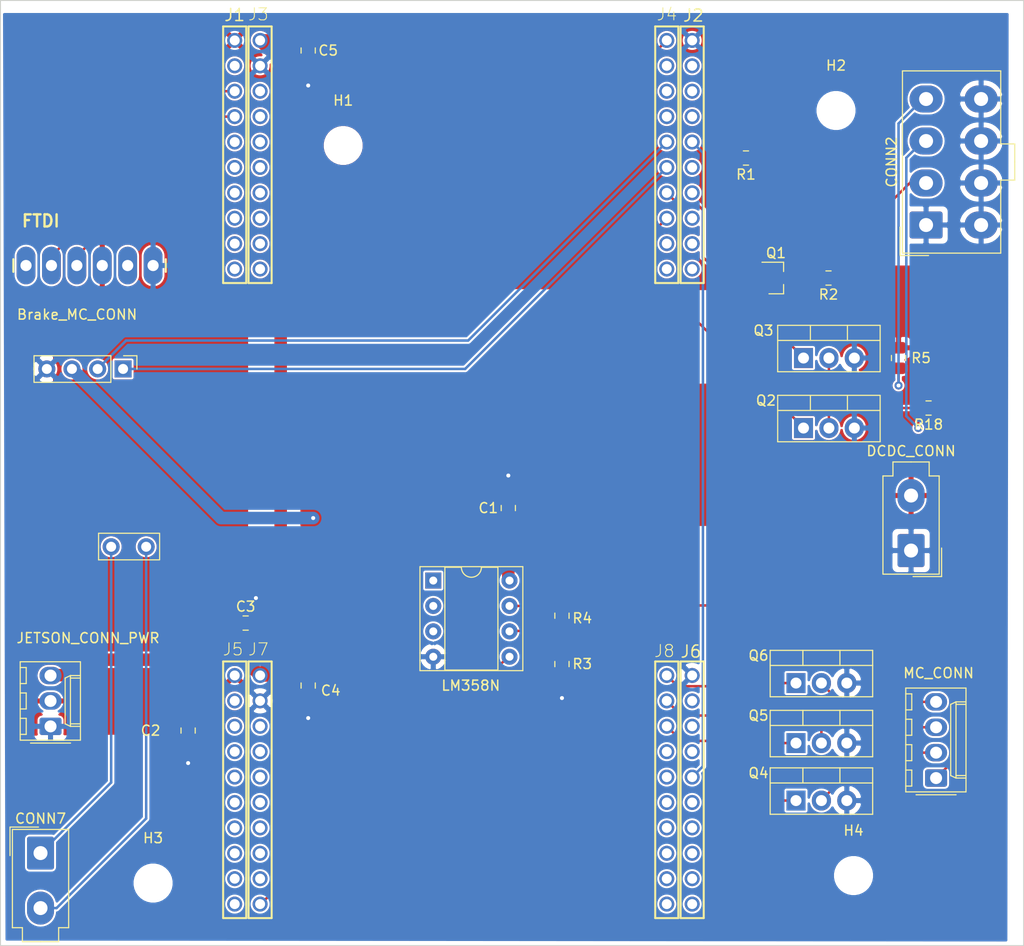
<source format=kicad_pcb>
(kicad_pcb (version 20171130) (host pcbnew "(5.1.4)-1")
  (layers (0 Top signal) (31 Bottom signal) (34 B.Paste user) (35 F.Paste user) (36 B.SilkS user) (37 F.SilkS user) (38 B.Mask user) (39 F.Mask user) (44 Edge.Cuts user))
  (net 0 "")
  (net 1 +3V3)
  (net 2 +5V)
  (net 3 GND)
  (net 4 THROTTLE_DAC)
  (net 5 REV_CTL)
  (net 6 FS1_CTL)
  (net 7 +12V)
  (net 8 TI_PWM)
  (net 9 SCIB_RX)
  (net 10 SCIB_TX)
  (net 11 EN+_CTL)
  (net 12 FWD_CTL)
  (net 13 INPUT_A+_CTL)
  (net 14 "/LAUNCHXL-F28379D Breakout/THROTTLE_MC")
  (net 15 "/LAUNCHXL-F28379D Headers/RESET")
  (net 16 "/LAUNCHXL-F28379D Breakout/EN+")
  (net 17 "/LAUNCHXL-F28379D Breakout/INPUT_A+")
  (net 18 "/LAUNCHXL-F28379D Breakout/INPUT_B+")
  (net 19 "/LAUNCHXL-F28379D Breakout/FS1_MC")
  (net 20 "/LAUNCHXL-F28379D Breakout/FWD_MC")
  (net 21 "/LAUNCHXL-F28379D Breakout/REV_MC")
  (net 22 "Net-(IC1-Pad6)")
  (net 23 Brake_PWM_1)
  (net 24 Brake_PWM_2)
  (net 25 "/LAUNCHXL-F28379D Breakout/Brake_Out_2")
  (net 26 "/LAUNCHXL-F28379D Breakout/Brake_Out_1")
  (module Drivetrain_control:Brake_MC_Conn_6pin (layer Top) (at 104.25 93 180)
    (fp_text reference CONN6)
    (fp_text value Brake_MC_CONN (at 0.85 14.85) (layer F.SilkS))
    (pad 4 thru_hole circle (at 3.87 9.41 270) (size 1.7 1.7) (drill 1) (layers *.Cu *.Mask) (net 3 GND))
    (pad 3 thru_hole circle (at 1.36 9.41 270) (size 1.7 1.7) (drill 1) (layers *.Cu *.Mask) (net 7 +12V))
    (pad 2 thru_hole circle (at -1.21 9.41 270) (size 1.7 1.7) (drill 1) (layers *.Cu *.Mask) (net 23 Brake_PWM_1))
    (pad 1 thru_hole rect (at -3.75 9.41 270) (size 1.7 1.7) (drill 1) (layers *.Cu *.Mask) (net 24 Brake_PWM_2))
    (pad 6 thru_hole circle (at -2.558 -8.37 270) (size 1.7 1.7) (drill 1) (layers *.Cu *.Mask) (net 25 "/LAUNCHXL-F28379D Breakout/Brake_Out_2"))
    (pad 5 thru_hole circle (at -6.058 -8.37 270) (size 1.7 1.7) (drill 1) (layers *.Cu *.Mask) (net 26 "/LAUNCHXL-F28379D Breakout/Brake_Out_1"))
  )
  (module Connector_Molex:Molex_Mini-Fit_Jr_5566-02A_2x01_P4.20mm_Vertical (layer Top) (at 99.75 132)
    (fp_text reference CONN7 (at 0 -3.45) (layer F.SilkS))
    (fp_text value Brake_CONN)
    (pad 2 thru_hole oval (at 0 5.5) (size 2.7 3.3) (drill 1.4) (layers *.Cu *.Mask) (net 26 "/LAUNCHXL-F28379D Breakout/Brake_Out_1"))
    (pad 1 thru_hole roundrect (at 0 0) (size 2.7 3.3) (drill 1.4) (layers *.Cu *.Mask) (roundrect_rratio 0.09259299999999999) (net 25 "/LAUNCHXL-F28379D Breakout/Brake_Out_2"))
  )
  (module Connector_Molex:Molex_Mini-Fit_Jr_5566-08A_2x04_P4.20mm_Vertical (layer Top) (at 188.25 69.2 90)
    (fp_text reference CONN2 (at 6.3 -3.45 90) (layer F.SilkS))
    (fp_text value SERVO_CONN)
    (pad 8 thru_hole oval (at 12.6 5.5 90) (size 2.7 3.3) (drill 1.4) (layers *.Cu *.Mask) (net 3 GND))
    (pad 7 thru_hole oval (at 8.4 5.5 90) (size 2.7 3.3) (drill 1.4) (layers *.Cu *.Mask) (net 3 GND))
    (pad 6 thru_hole oval (at 4.2 5.5 90) (size 2.7 3.3) (drill 1.4) (layers *.Cu *.Mask) (net 3 GND))
    (pad 5 thru_hole oval (at 0 5.5 90) (size 2.7 3.3) (drill 1.4) (layers *.Cu *.Mask) (net 3 GND))
    (pad 4 thru_hole oval (at 12.6 0 90) (size 2.7 3.3) (drill 1.4) (layers *.Cu *.Mask) (net 16 "/LAUNCHXL-F28379D Breakout/EN+"))
    (pad 3 thru_hole oval (at 8.4 0 90) (size 2.7 3.3) (drill 1.4) (layers *.Cu *.Mask) (net 17 "/LAUNCHXL-F28379D Breakout/INPUT_A+"))
    (pad 2 thru_hole oval (at 4.2 0 90) (size 2.7 3.3) (drill 1.4) (layers *.Cu *.Mask) (net 18 "/LAUNCHXL-F28379D Breakout/INPUT_B+"))
    (pad 1 thru_hole roundrect (at 0 0 90) (size 2.7 3.3) (drill 1.4) (layers *.Cu *.Mask) (roundrect_rratio 0.09259299999999999) (net 3 GND))
  )
  (module MountingHole:MountingHole_3.5mm (layer Top) (at 181 134.25)
    (fp_text reference H4 (at 0 -4.5) (layer F.SilkS))
    (fp_text value MountingHole)
    (pad 1 np_thru_hole circle (at 0 0) (size 3.5 3.5) (drill 3.5) (layers *.Cu *.Mask))
  )
  (module MountingHole:MountingHole_3.5mm (layer Top) (at 111 135)
    (fp_text reference H3 (at 0 -4.5) (layer F.SilkS))
    (fp_text value MountingHole)
    (pad 1 np_thru_hole circle (at 0 0) (size 3.5 3.5) (drill 3.5) (layers *.Cu *.Mask))
  )
  (module MountingHole:MountingHole_3.5mm (layer Top) (at 179.25 57.75)
    (fp_text reference H2 (at 0 -4.5) (layer F.SilkS))
    (fp_text value MountingHole)
    (pad 1 np_thru_hole circle (at 0 0) (size 3.5 3.5) (drill 3.5) (layers *.Cu *.Mask))
  )
  (module MountingHole:MountingHole_3.5mm (layer Top) (at 130 61.25)
    (fp_text reference H1 (at 0 -4.5) (layer F.SilkS))
    (fp_text value MountingHole)
    (pad 1 np_thru_hole circle (at 0 0) (size 3.5 3.5) (drill 3.5) (layers *.Cu *.Mask))
  )
  (module Drivetrain_control:TI_Footprint (layer Top) (at 118 75)
    (fp_text reference U1)
    (fp_text value TI_CONN hide)
    (fp_text user J6 (at 46.75 36.85) (layer F.SilkS) (effects (font (size 1.2065 1.2065))))
    (fp_text user J8 (at 43 37.5 180) (layer F.SilkS) (effects (font (size 1.2065 1.2065) (thickness 0.09652)) (justify left bottom)))
    (fp_text user J7 (at 2.425 37.336 180) (layer F.SilkS) (effects (font (size 1.2065 1.2065) (thickness 0.09652)) (justify left bottom)))
    (fp_text user J1 (at 1.15 -26.8) (layer F.SilkS) (effects (font (size 1.2065 1.2065))))
    (fp_text user J3 (at 2.425 -26.164 180) (layer F.SilkS) (effects (font (size 1.2065 1.2065) (thickness 0.09652)) (justify left bottom)))
    (fp_text user J4 (at 43.25 -26.164 180) (layer F.SilkS) (effects (font (size 1.2065 1.2065) (thickness 0.09652)) (justify left bottom)))
    (fp_text user J2 (at 47 -26.75) (layer F.SilkS) (effects (font (size 1.2065 1.2065))))
    (fp_text user J5 (at -0.115 37.336 180) (layer F.SilkS) (effects (font (size 1.2065 1.2065) (thickness 0.09652)) (justify left bottom)))
    (pad 1 thru_hole circle (at 1.155 -24.259 270) (size 1.5 1.5) (drill 1) (layers *.Cu *.Mask) (net 1 +3V3))
    (pad 2 thru_hole circle (at 1.155 -21.719 270) (size 1.5 1.5) (drill 1) (layers *.Cu *.Mask))
    (pad 3 thru_hole circle (at 1.155 -19.179 270) (size 1.5 1.5) (drill 1) (layers *.Cu *.Mask) (net 9 SCIB_RX))
    (pad 4 thru_hole circle (at 1.155 -16.639 270) (size 1.5 1.5) (drill 1) (layers *.Cu *.Mask) (net 10 SCIB_TX))
    (pad 5 thru_hole circle (at 1.155 -14.099 270) (size 1.5 1.5) (drill 1) (layers *.Cu *.Mask))
    (pad 6 thru_hole circle (at 1.155 -11.559 270) (size 1.5 1.5) (drill 1) (layers *.Cu *.Mask))
    (pad 7 thru_hole circle (at 1.155 -9.019 270) (size 1.5 1.5) (drill 1) (layers *.Cu *.Mask))
    (pad 8 thru_hole circle (at 1.155 -6.479 270) (size 1.5 1.5) (drill 1) (layers *.Cu *.Mask))
    (pad 9 thru_hole circle (at 1.155 -3.939 270) (size 1.5 1.5) (drill 1) (layers *.Cu *.Mask))
    (pad 10 thru_hole circle (at 1.155 -1.399 270) (size 1.5 1.5) (drill 1) (layers *.Cu *.Mask))
    (pad 26 thru_hole circle (at 3.695 -11.559 270) (size 1.5 1.5) (drill 1) (layers *.Cu *.Mask))
    (pad 27 thru_hole circle (at 3.695 -9.019 270) (size 1.5 1.5) (drill 1) (layers *.Cu *.Mask))
    (pad 25 thru_hole circle (at 3.695 -14.099 270) (size 1.5 1.5) (drill 1) (layers *.Cu *.Mask))
    (pad 21 thru_hole circle (at 3.695 -24.259 270) (size 1.5 1.5) (drill 1) (layers *.Cu *.Mask) (net 2 +5V))
    (pad 30 thru_hole circle (at 3.695 -1.399 270) (size 1.5 1.5) (drill 1) (layers *.Cu *.Mask))
    (pad 24 thru_hole circle (at 3.695 -16.639 270) (size 1.5 1.5) (drill 1) (layers *.Cu *.Mask))
    (pad 23 thru_hole circle (at 3.695 -19.179 270) (size 1.5 1.5) (drill 1) (layers *.Cu *.Mask))
    (pad 22 thru_hole circle (at 3.695 -21.719 270) (size 1.5 1.5) (drill 1) (layers *.Cu *.Mask) (net 3 GND))
    (pad 29 thru_hole circle (at 3.695 -3.939 270) (size 1.5 1.5) (drill 1) (layers *.Cu *.Mask))
    (pad 28 thru_hole circle (at 3.695 -6.479 270) (size 1.5 1.5) (drill 1) (layers *.Cu *.Mask))
    (pad 31 thru_hole circle (at 44.3352 -1.399 270) (size 1.5 1.5) (drill 1) (layers *.Cu *.Mask))
    (pad 33 thru_hole circle (at 44.3352 -6.479 270) (size 1.5 1.5) (drill 1) (layers *.Cu *.Mask) (net 13 INPUT_A+_CTL))
    (pad 34 thru_hole circle (at 44.3352 -9.019 270) (size 1.5 1.5) (drill 1) (layers *.Cu *.Mask) (net 11 EN+_CTL))
    (pad 32 thru_hole circle (at 44.3352 -3.939 270) (size 1.5 1.5) (drill 1) (layers *.Cu *.Mask))
    (pad 35 thru_hole circle (at 44.3352 -11.559 270) (size 1.5 1.5) (drill 1) (layers *.Cu *.Mask) (net 24 Brake_PWM_2))
    (pad 36 thru_hole circle (at 44.3352 -14.099 270) (size 1.5 1.5) (drill 1) (layers *.Cu *.Mask) (net 23 Brake_PWM_1))
    (pad 37 thru_hole circle (at 44.3352 -16.639 270) (size 1.5 1.5) (drill 1) (layers *.Cu *.Mask))
    (pad 38 thru_hole circle (at 44.3352 -19.179 270) (size 1.5 1.5) (drill 1) (layers *.Cu *.Mask))
    (pad 40 thru_hole circle (at 44.3352 -24.259 270) (size 1.5 1.5) (drill 1) (layers *.Cu *.Mask) (net 8 TI_PWM))
    (pad 39 thru_hole circle (at 44.3352 -21.719 270) (size 1.5 1.5) (drill 1) (layers *.Cu *.Mask))
    (pad 18 thru_hole circle (at 46.875 -19.179 270) (size 1.5 1.5) (drill 1) (layers *.Cu *.Mask))
    (pad 15 thru_hole circle (at 46.875 -11.559 270) (size 1.5 1.5) (drill 1) (layers *.Cu *.Mask))
    (pad 16 thru_hole circle (at 46.875 -14.099 270) (size 1.5 1.5) (drill 1) (layers *.Cu *.Mask) (net 15 "/LAUNCHXL-F28379D Headers/RESET"))
    (pad 14 thru_hole circle (at 46.875 -9.019 270) (size 1.5 1.5) (drill 1) (layers *.Cu *.Mask))
    (pad 20 thru_hole circle (at 46.875 -24.259 270) (size 1.5 1.5) (drill 1) (layers *.Cu *.Mask) (net 3 GND))
    (pad 12 thru_hole circle (at 46.875 -3.939 270) (size 1.5 1.5) (drill 1) (layers *.Cu *.Mask))
    (pad 11 thru_hole circle (at 46.875 -1.399 270) (size 1.5 1.5) (drill 1) (layers *.Cu *.Mask))
    (pad 13 thru_hole circle (at 46.875 -6.479 270) (size 1.5 1.5) (drill 1) (layers *.Cu *.Mask))
    (pad 17 thru_hole circle (at 46.875 -16.639 270) (size 1.5 1.5) (drill 1) (layers *.Cu *.Mask))
    (pad 19 thru_hole circle (at 46.875 -21.719 270) (size 1.5 1.5) (drill 1) (layers *.Cu *.Mask))
    (pad 60 thru_hole circle (at 46.875 39.241 270) (size 1.5 1.5) (drill 1) (layers *.Cu *.Mask) (net 3 GND))
    (pad 59 thru_hole circle (at 46.875 41.781 270) (size 1.5 1.5) (drill 1) (layers *.Cu *.Mask))
    (pad 58 thru_hole circle (at 46.875 44.321 270) (size 1.5 1.5) (drill 1) (layers *.Cu *.Mask))
    (pad 57 thru_hole circle (at 46.875 46.861 270) (size 1.5 1.5) (drill 1) (layers *.Cu *.Mask))
    (pad 53 thru_hole circle (at 46.875 57.021 270) (size 1.5 1.5) (drill 1) (layers *.Cu *.Mask))
    (pad 52 thru_hole circle (at 46.875 59.561 270) (size 1.5 1.5) (drill 1) (layers *.Cu *.Mask))
    (pad 51 thru_hole circle (at 46.875 62.101 270) (size 1.5 1.5) (drill 1) (layers *.Cu *.Mask))
    (pad 54 thru_hole circle (at 46.875 54.481 270) (size 1.5 1.5) (drill 1) (layers *.Cu *.Mask))
    (pad 55 thru_hole circle (at 46.875 51.941 270) (size 1.5 1.5) (drill 1) (layers *.Cu *.Mask))
    (pad 56 thru_hole circle (at 46.875 49.401 270) (size 1.5 1.5) (drill 1) (layers *.Cu *.Mask) (net 15 "/LAUNCHXL-F28379D Headers/RESET"))
    (pad 78 thru_hole circle (at 44.3352 44.321 270) (size 1.5 1.5) (drill 1) (layers *.Cu *.Mask) (net 5 REV_CTL))
    (pad 75 thru_hole circle (at 44.3352 51.941 270) (size 1.5 1.5) (drill 1) (layers *.Cu *.Mask))
    (pad 76 thru_hole circle (at 44.3352 49.401 270) (size 1.5 1.5) (drill 1) (layers *.Cu *.Mask))
    (pad 74 thru_hole circle (at 44.3352 54.481 270) (size 1.5 1.5) (drill 1) (layers *.Cu *.Mask))
    (pad 80 thru_hole circle (at 44.3352 39.241 270) (size 1.5 1.5) (drill 1) (layers *.Cu *.Mask) (net 6 FS1_CTL))
    (pad 72 thru_hole circle (at 44.3352 59.561 270) (size 1.5 1.5) (drill 1) (layers *.Cu *.Mask))
    (pad 71 thru_hole circle (at 44.3352 62.101 270) (size 1.5 1.5) (drill 1) (layers *.Cu *.Mask))
    (pad 73 thru_hole circle (at 44.3352 57.021 270) (size 1.5 1.5) (drill 1) (layers *.Cu *.Mask))
    (pad 77 thru_hole circle (at 44.3352 46.861 270) (size 1.5 1.5) (drill 1) (layers *.Cu *.Mask))
    (pad 79 thru_hole circle (at 44.3352 41.781 270) (size 1.5 1.5) (drill 1) (layers *.Cu *.Mask) (net 12 FWD_CTL))
    (pad 63 thru_hole circle (at 3.695 44.321 270) (size 1.5 1.5) (drill 1) (layers *.Cu *.Mask))
    (pad 66 thru_hole circle (at 3.695 51.941 270) (size 1.5 1.5) (drill 1) (layers *.Cu *.Mask))
    (pad 67 thru_hole circle (at 3.695 54.481 270) (size 1.5 1.5) (drill 1) (layers *.Cu *.Mask))
    (pad 50 thru_hole circle (at 1.155 62.101 270) (size 1.5 1.5) (drill 1) (layers *.Cu *.Mask))
    (pad 68 thru_hole circle (at 3.695 57.021 270) (size 1.5 1.5) (drill 1) (layers *.Cu *.Mask))
    (pad 69 thru_hole circle (at 3.695 59.561 270) (size 1.5 1.5) (drill 1) (layers *.Cu *.Mask))
    (pad 64 thru_hole circle (at 3.695 46.861 270) (size 1.5 1.5) (drill 1) (layers *.Cu *.Mask))
    (pad 70 thru_hole circle (at 3.695 62.101 270) (size 1.5 1.5) (drill 1) (layers *.Cu *.Mask) (net 4 THROTTLE_DAC))
    (pad 48 thru_hole circle (at 1.155 57.021 270) (size 1.5 1.5) (drill 1) (layers *.Cu *.Mask))
    (pad 47 thru_hole circle (at 1.155 54.481 270) (size 1.5 1.5) (drill 1) (layers *.Cu *.Mask))
    (pad 65 thru_hole circle (at 3.695 49.401 270) (size 1.5 1.5) (drill 1) (layers *.Cu *.Mask))
    (pad 49 thru_hole circle (at 1.155 59.561 270) (size 1.5 1.5) (drill 1) (layers *.Cu *.Mask))
    (pad 62 thru_hole circle (at 3.695 41.781 270) (size 1.5 1.5) (drill 1) (layers *.Cu *.Mask) (net 3 GND))
    (pad 61 thru_hole circle (at 3.695 39.241 270) (size 1.5 1.5) (drill 1) (layers *.Cu *.Mask) (net 2 +5V))
    (pad 46 thru_hole circle (at 1.155 51.941 270) (size 1.5 1.5) (drill 1) (layers *.Cu *.Mask))
    (pad 45 thru_hole circle (at 1.155 49.401 270) (size 1.5 1.5) (drill 1) (layers *.Cu *.Mask))
    (pad 44 thru_hole circle (at 1.155 46.861 270) (size 1.5 1.5) (drill 1) (layers *.Cu *.Mask))
    (pad 43 thru_hole circle (at 1.155 44.321 270) (size 1.5 1.5) (drill 1) (layers *.Cu *.Mask))
    (pad 41 thru_hole circle (at 1.155 39.241 270) (size 1.5 1.5) (drill 1) (layers *.Cu *.Mask) (net 1 +3V3))
    (pad 42 thru_hole circle (at 1.155 41.781 270) (size 1.5 1.5) (drill 1) (layers *.Cu *.Mask))
  )
  (module Connector_Molex:Molex_Mini-Fit_Jr_5566-02A_2x01_P4.20mm_Vertical (layer Top) (at 186.75 101.75 180)
    (fp_text reference CONN3)
    (fp_text value DCDC_CONN (at 0 9.95) (layer F.SilkS))
    (pad 2 thru_hole oval (at 0 5.5 180) (size 2.7 3.3) (drill 1.4) (layers *.Cu *.Mask) (net 7 +12V))
    (pad 1 thru_hole roundrect (at 0 0 180) (size 2.7 3.3) (drill 1.4) (layers *.Cu *.Mask) (roundrect_rratio 0.09259299999999999) (net 3 GND))
  )
  (module Package_TO_SOT_SMD:SOT-23 (layer Top) (at 173.25 74.5)
    (fp_text reference Q1 (at 0 -2.5) (layer F.SilkS))
    (fp_text value 220mA/50V/3.5Ω)
    (pad 3 smd rect (at 1 0) (size 0.9 0.8) (layers Top F.Paste F.Mask) (net 18 "/LAUNCHXL-F28379D Breakout/INPUT_B+"))
    (pad 2 smd rect (at -1 0.95) (size 0.9 0.8) (layers Top F.Paste F.Mask) (net 8 TI_PWM))
    (pad 1 smd rect (at -1 -0.95) (size 0.9 0.8) (layers Top F.Paste F.Mask) (net 1 +3V3))
  )
  (module Package_TO_SOT_THT:TO-220-3_Vertical (layer Top) (at 175.25 115)
    (fp_text reference Q6 (at -3.75 -2.75) (layer F.SilkS))
    (fp_text value 100V/17A)
    (pad 1 thru_hole rect (at 0 0) (size 1.905 2) (drill 1.1) (layers *.Cu *.Mask) (net 6 FS1_CTL))
    (pad 2 thru_hole oval (at 2.54 0) (size 1.905 2) (drill 1.1) (layers *.Cu *.Mask) (net 19 "/LAUNCHXL-F28379D Breakout/FS1_MC"))
    (pad 3 thru_hole oval (at 5.08 0) (size 1.905 2) (drill 1.1) (layers *.Cu *.Mask) (net 3 GND))
  )
  (module Package_TO_SOT_THT:TO-220-3_Vertical (layer Top) (at 175.25 121)
    (fp_text reference Q5 (at -3.75 -2.75) (layer F.SilkS))
    (fp_text value 100V/17A)
    (pad 1 thru_hole rect (at 0 0) (size 1.905 2) (drill 1.1) (layers *.Cu *.Mask) (net 12 FWD_CTL))
    (pad 2 thru_hole oval (at 2.54 0) (size 1.905 2) (drill 1.1) (layers *.Cu *.Mask) (net 20 "/LAUNCHXL-F28379D Breakout/FWD_MC"))
    (pad 3 thru_hole oval (at 5.08 0) (size 1.905 2) (drill 1.1) (layers *.Cu *.Mask) (net 3 GND))
  )
  (module Package_TO_SOT_THT:TO-220-3_Vertical (layer Top) (at 175.25 126.75)
    (fp_text reference Q4 (at -3.75 -2.75) (layer F.SilkS))
    (fp_text value 100V/17A)
    (pad 1 thru_hole rect (at 0 0) (size 1.905 2) (drill 1.1) (layers *.Cu *.Mask) (net 5 REV_CTL))
    (pad 2 thru_hole oval (at 2.54 0) (size 1.905 2) (drill 1.1) (layers *.Cu *.Mask) (net 21 "/LAUNCHXL-F28379D Breakout/REV_MC"))
    (pad 3 thru_hole oval (at 5.08 0) (size 1.905 2) (drill 1.1) (layers *.Cu *.Mask) (net 3 GND))
  )
  (module Package_TO_SOT_THT:TO-220-3_Vertical (layer Top) (at 176 82.5)
    (fp_text reference Q3 (at -4 -2.75) (layer F.SilkS))
    (fp_text value 100V/17A)
    (pad 1 thru_hole rect (at 0 0) (size 1.905 2) (drill 1.1) (layers *.Cu *.Mask) (net 11 EN+_CTL))
    (pad 2 thru_hole oval (at 2.54 0) (size 1.905 2) (drill 1.1) (layers *.Cu *.Mask) (net 16 "/LAUNCHXL-F28379D Breakout/EN+"))
    (pad 3 thru_hole oval (at 5.08 0) (size 1.905 2) (drill 1.1) (layers *.Cu *.Mask) (net 3 GND))
  )
  (module Package_TO_SOT_THT:TO-220-3_Vertical (layer Top) (at 176 89.5)
    (fp_text reference Q2 (at -3.75 -2.75) (layer F.SilkS))
    (fp_text value 100V/17A)
    (pad 1 thru_hole rect (at 0 0) (size 1.905 2) (drill 1.1) (layers *.Cu *.Mask) (net 13 INPUT_A+_CTL))
    (pad 2 thru_hole oval (at 2.54 0) (size 1.905 2) (drill 1.1) (layers *.Cu *.Mask) (net 17 "/LAUNCHXL-F28379D Breakout/INPUT_A+"))
    (pad 3 thru_hole oval (at 5.08 0) (size 1.905 2) (drill 1.1) (layers *.Cu *.Mask) (net 3 GND))
  )
  (module Package_DIP:DIP-8_W7.62mm_Socket (layer Top) (at 139 104.75)
    (fp_text reference IC1)
    (fp_text value LM358N (at 3.75 10.5) (layer F.SilkS))
    (pad 1 thru_hole rect (at 0 0) (size 1.6 1.6) (drill 0.8) (layers *.Cu *.Mask))
    (pad 5 thru_hole oval (at 7.62 7.62) (size 1.6 1.6) (drill 0.8) (layers *.Cu *.Mask) (net 4 THROTTLE_DAC))
    (pad 2 thru_hole oval (at 0 2.54) (size 1.6 1.6) (drill 0.8) (layers *.Cu *.Mask))
    (pad 6 thru_hole oval (at 7.62 5.08) (size 1.6 1.6) (drill 0.8) (layers *.Cu *.Mask) (net 22 "Net-(IC1-Pad6)"))
    (pad 3 thru_hole oval (at 0 5.08) (size 1.6 1.6) (drill 0.8) (layers *.Cu *.Mask))
    (pad 7 thru_hole oval (at 7.62 2.54) (size 1.6 1.6) (drill 0.8) (layers *.Cu *.Mask) (net 14 "/LAUNCHXL-F28379D Breakout/THROTTLE_MC"))
    (pad 4 thru_hole oval (at 0 7.62) (size 1.6 1.6) (drill 0.8) (layers *.Cu *.Mask) (net 3 GND))
    (pad 8 thru_hole oval (at 7.62 0) (size 1.6 1.6) (drill 0.8) (layers *.Cu *.Mask) (net 7 +12V))
  )
  (module Connector_Molex:Molex_KK-254_AE-6410-04A_1x04_P2.54mm_Vertical (layer Top) (at 189.25 124.5 90)
    (fp_text reference CONN5)
    (fp_text value MC_CONN (at 10.5 0.25 180) (layer F.SilkS))
    (pad 4 thru_hole oval (at 7.62 0 90) (size 1.74 2.2) (drill 1.2) (layers *.Cu *.Mask) (net 19 "/LAUNCHXL-F28379D Breakout/FS1_MC"))
    (pad 3 thru_hole oval (at 5.08 0 90) (size 1.74 2.2) (drill 1.2) (layers *.Cu *.Mask) (net 20 "/LAUNCHXL-F28379D Breakout/FWD_MC"))
    (pad 2 thru_hole oval (at 2.54 0 90) (size 1.74 2.2) (drill 1.2) (layers *.Cu *.Mask) (net 21 "/LAUNCHXL-F28379D Breakout/REV_MC"))
    (pad 1 thru_hole roundrect (at 0 0 90) (size 1.74 2.2) (drill 1.2) (layers *.Cu *.Mask) (roundrect_rratio 0.143678) (net 14 "/LAUNCHXL-F28379D Breakout/THROTTLE_MC"))
  )
  (module Connector_Molex:Molex_KK-254_AE-6410-03A_1x03_P2.54mm_Vertical (layer Top) (at 100.75 119.33 90)
    (fp_text reference CONN4)
    (fp_text value JETSON_CONN_PWR (at 8.83 3.75 180) (layer F.SilkS))
    (pad 3 thru_hole oval (at 5.08 0 90) (size 1.74 2.2) (drill 1.2) (layers *.Cu *.Mask) (net 2 +5V))
    (pad 2 thru_hole oval (at 2.54 0 90) (size 1.74 2.2) (drill 1.2) (layers *.Cu *.Mask) (net 1 +3V3))
    (pad 1 thru_hole roundrect (at 0 0 90) (size 1.74 2.2) (drill 1.2) (layers *.Cu *.Mask) (roundrect_rratio 0.143678) (net 3 GND))
  )
  (module Drivetrain_control:FTDI_CONN (layer Top) (at 98.3 73.25)
    (fp_text reference CONN1)
    (fp_text value FTDI (at -0.55 -3.75 -180) (layer F.SilkS) (effects (font (size 1.2065 1.2065) (thickness 0.2413)) (justify left bottom)))
    (pad 1 thru_hole oval (at 0 0 90) (size 3.7592 1.8796) (drill 1.1176) (layers *.Cu *.Mask))
    (pad 2 thru_hole oval (at 2.54 0 90) (size 3.7592 1.8796) (drill 1.1176) (layers *.Cu *.Mask) (net 9 SCIB_RX))
    (pad 3 thru_hole oval (at 5.08 0 90) (size 3.7592 1.8796) (drill 1.1176) (layers *.Cu *.Mask) (net 10 SCIB_TX))
    (pad 4 thru_hole oval (at 7.62 0 90) (size 3.7592 1.8796) (drill 1.1176) (layers *.Cu *.Mask) (net 1 +3V3))
    (pad 5 thru_hole oval (at 10.16 0 90) (size 3.7592 1.8796) (drill 1.1176) (layers *.Cu *.Mask))
    (pad 6 thru_hole oval (at 12.7 0 90) (size 3.7592 1.8796) (drill 1.1176) (layers *.Cu *.Mask) (net 3 GND))
  )
  (module Resistor_SMD:R_0805_2012Metric_Pad1.15x1.40mm_HandSolder (layer Top) (at 185.5 82.5 270)
    (fp_text reference R5 (at 0 -2.25 180) (layer F.SilkS))
    (fp_text value 560)
    (pad 2 smd roundrect (at 1.025 0 270) (size 1.15 1.4) (layers Top F.Paste F.Mask) (roundrect_rratio 0.217391) (net 16 "/LAUNCHXL-F28379D Breakout/EN+"))
    (pad 1 smd roundrect (at -1.025 0 270) (size 1.15 1.4) (layers Top F.Paste F.Mask) (roundrect_rratio 0.217391) (net 7 +12V))
  )
  (module Resistor_SMD:R_0805_2012Metric_Pad1.15x1.40mm_HandSolder (layer Top) (at 188.5 87.5 180)
    (fp_text reference R18 (at 0 -1.65) (layer F.SilkS))
    (fp_text value 560)
    (pad 2 smd roundrect (at 1.025 0 180) (size 1.15 1.4) (layers Top F.Paste F.Mask) (roundrect_rratio 0.217391) (net 17 "/LAUNCHXL-F28379D Breakout/INPUT_A+"))
    (pad 1 smd roundrect (at -1.025 0 180) (size 1.15 1.4) (layers Top F.Paste F.Mask) (roundrect_rratio 0.217391) (net 7 +12V))
  )
  (module Resistor_SMD:R_0805_2012Metric_Pad1.15x1.40mm_HandSolder (layer Top) (at 151.86 108.266 90)
    (fp_text reference R4 (at -0.254 2.032 180) (layer F.SilkS))
    (fp_text value 6.8k)
    (pad 2 smd roundrect (at 1.025 0 90) (size 1.15 1.4) (layers Top F.Paste F.Mask) (roundrect_rratio 0.217391) (net 14 "/LAUNCHXL-F28379D Breakout/THROTTLE_MC"))
    (pad 1 smd roundrect (at -1.025 0 90) (size 1.15 1.4) (layers Top F.Paste F.Mask) (roundrect_rratio 0.217391) (net 22 "Net-(IC1-Pad6)"))
  )
  (module Resistor_SMD:R_0805_2012Metric_Pad1.15x1.40mm_HandSolder (layer Top) (at 151.86 113.101 270)
    (fp_text reference R3 (at -0.009 -2.032 180) (layer F.SilkS))
    (fp_text value 3k)
    (pad 2 smd roundrect (at 1.025 0 270) (size 1.15 1.4) (layers Top F.Paste F.Mask) (roundrect_rratio 0.217391) (net 3 GND))
    (pad 1 smd roundrect (at -1.025 0 270) (size 1.15 1.4) (layers Top F.Paste F.Mask) (roundrect_rratio 0.217391) (net 22 "Net-(IC1-Pad6)"))
  )
  (module Resistor_SMD:R_0805_2012Metric_Pad1.15x1.40mm_HandSolder (layer Top) (at 178.5 74.5 180)
    (fp_text reference R2 (at 0 -1.65) (layer F.SilkS))
    (fp_text value 10k)
    (pad 2 smd roundrect (at 1.025 0 180) (size 1.15 1.4) (layers Top F.Paste F.Mask) (roundrect_rratio 0.217391) (net 18 "/LAUNCHXL-F28379D Breakout/INPUT_B+"))
    (pad 1 smd roundrect (at -1.025 0 180) (size 1.15 1.4) (layers Top F.Paste F.Mask) (roundrect_rratio 0.217391) (net 7 +12V))
  )
  (module Resistor_SMD:R_0805_2012Metric_Pad1.15x1.40mm_HandSolder (layer Top) (at 170.25 62.5 180)
    (fp_text reference R1 (at 0 -1.65) (layer F.SilkS))
    (fp_text value 10k)
    (pad 2 smd roundrect (at 1.025 0 180) (size 1.15 1.4) (layers Top F.Paste F.Mask) (roundrect_rratio 0.217391) (net 8 TI_PWM))
    (pad 1 smd roundrect (at -1.025 0 180) (size 1.15 1.4) (layers Top F.Paste F.Mask) (roundrect_rratio 0.217391) (net 1 +3V3))
  )
  (module Capacitor_SMD:C_0805_2012Metric_Pad1.15x1.40mm_HandSolder (layer Top) (at 126.5 51.75 270)
    (fp_text reference C5 (at 0 -2 180) (layer F.SilkS))
    (fp_text value 0.1uF)
    (pad 2 smd roundrect (at 1.025 0 270) (size 1.15 1.4) (layers Top F.Paste F.Mask) (roundrect_rratio 0.217391) (net 3 GND))
    (pad 1 smd roundrect (at -1.025 0 270) (size 1.15 1.4) (layers Top F.Paste F.Mask) (roundrect_rratio 0.217391) (net 2 +5V))
  )
  (module Capacitor_SMD:C_0805_2012Metric_Pad1.15x1.40mm_HandSolder (layer Top) (at 126.5 115.25 270)
    (fp_text reference C4 (at 0.5 -2.25 180) (layer F.SilkS))
    (fp_text value 0.1uF)
    (pad 2 smd roundrect (at 1.025 0 270) (size 1.15 1.4) (layers Top F.Paste F.Mask) (roundrect_rratio 0.217391) (net 3 GND))
    (pad 1 smd roundrect (at -1.025 0 270) (size 1.15 1.4) (layers Top F.Paste F.Mask) (roundrect_rratio 0.217391) (net 2 +5V))
  )
  (module Capacitor_SMD:C_0805_2012Metric_Pad1.15x1.40mm_HandSolder (layer Top) (at 120.25 109)
    (fp_text reference C3 (at 0 -1.65) (layer F.SilkS))
    (fp_text value 0.1uF)
    (pad 2 smd roundrect (at 1.025 0) (size 1.15 1.4) (layers Top F.Paste F.Mask) (roundrect_rratio 0.217391) (net 3 GND))
    (pad 1 smd roundrect (at -1.025 0) (size 1.15 1.4) (layers Top F.Paste F.Mask) (roundrect_rratio 0.217391) (net 1 +3V3))
  )
  (module Capacitor_SMD:C_0805_2012Metric_Pad1.15x1.40mm_HandSolder (layer Top) (at 114.5 119.75 270)
    (fp_text reference C2 (at 0 3.75 180) (layer F.SilkS))
    (fp_text value 0.1uF)
    (pad 2 smd roundrect (at 1.025 0 270) (size 1.15 1.4) (layers Top F.Paste F.Mask) (roundrect_rratio 0.217391) (net 3 GND))
    (pad 1 smd roundrect (at -1.025 0 270) (size 1.15 1.4) (layers Top F.Paste F.Mask) (roundrect_rratio 0.217391) (net 1 +3V3))
  )
  (module Capacitor_SMD:C_0805_2012Metric_Pad1.15x1.40mm_HandSolder (layer Top) (at 146.5 97.5 90)
    (fp_text reference C1 (at 0 -2 180) (layer F.SilkS))
    (fp_text value 0.1uF)
    (pad 2 smd roundrect (at 1.025 0 90) (size 1.15 1.4) (layers Top F.Paste F.Mask) (roundrect_rratio 0.217391) (net 3 GND))
    (pad 1 smd roundrect (at -1.025 0 90) (size 1.15 1.4) (layers Top F.Paste F.Mask) (roundrect_rratio 0.217391) (net 7 +12V))
  )
  (gr_poly (pts (xy 95.75 46.75) (xy 198 46.75) (xy 198 141.25) (xy 95.75 141.25)) (layer Edge.Cuts) (width 0.1))
  (segment (start 121.695 114.241) (end 126.484 114.241) (width 1.25) (layer Top) (net 2))
  (segment (start 126.484 114.241) (end 126.5 114.225) (width 1.25) (layer Top) (net 2))
  (via (at 121.695 114.241) (size 0.8) (drill 0.4) (layers Top Bottom) (net 2))
  (via (at 121.695 50.741) (size 0.8) (drill 0.4) (layers Top Bottom) (net 2))
  (segment (start 126.484 50.741) (end 126.5 50.725) (width 1.25) (layer Top) (net 2))
  (segment (start 121.695 50.741) (end 126.484 50.741) (width 1.25) (layer Top) (net 2))
  (segment (start 100.75 114.21) (end 103.5 114.21) (width 1.25) (layer Top) (net 2))
  (segment (start 103.5 114.21) (end 105.044001 112.665999) (width 1.25) (layer Top) (net 2))
  (segment (start 105.044001 112.665999) (end 120.119999 112.665999) (width 1.25) (layer Top) (net 2))
  (segment (start 120.119999 112.665999) (end 120.945001 113.491001) (width 1.25) (layer Top) (net 2))
  (segment (start 120.945001 113.491001) (end 121.695 114.241) (width 1.25) (layer Top) (net 2))
  (segment (start 122.444999 51.490999) (end 121.695 50.741) (width 1.25) (layer Top) (net 2))
  (segment (start 123.75 52.796) (end 122.444999 51.490999) (width 1.25) (layer Top) (net 2))
  (segment (start 123.75 112.186) (end 123.75 52.796) (width 1.25) (layer Top) (net 2))
  (segment (start 121.695 114.241) (end 123.75 112.186) (width 1.25) (layer Top) (net 2))
  (via (at 151.86 116.5) (size 0.8) (drill 0.4) (layers Top Bottom) (net 3))
  (via (at 146.5 94.25) (size 0.8) (drill 0.4) (layers Top Bottom) (net 3))
  (via (at 126.5 118.5) (size 0.8) (drill 0.4) (layers Top Bottom) (net 3))
  (via (at 114.5 123) (size 0.8) (drill 0.4) (layers Top Bottom) (net 3))
  (via (at 126.5 55.25) (size 0.8) (drill 0.4) (layers Top Bottom) (net 3))
  (via (at 121.275 106.5) (size 0.8) (drill 0.4) (layers Top Bottom) (net 3))
  (segment (start 151.86 114.126) (end 151.86 116.5) (width 0.25) (layer Top) (net 3))
  (segment (start 126.5 116.275) (end 126.5 118.5) (width 0.25) (layer Top) (net 3))
  (segment (start 114.5 120.775) (end 114.5 123) (width 0.25) (layer Top) (net 3))
  (segment (start 121.275 106.5) (end 121.275 109) (width 0.25) (layer Top) (net 3))
  (segment (start 126.5 52.775) (end 126.5 55.25) (width 0.25) (layer Top) (net 3))
  (segment (start 146.5 94.25) (end 146.5 96.475) (width 0.25) (layer Top) (net 3))
  (segment (start 121.755 137.101) (end 121.695 137.101) (width 0.25) (layer Top) (net 4))
  (segment (start 146.526 112.33) (end 121.755 137.101) (width 0.25) (layer Top) (net 4))
  (segment (start 174.0475 126.75) (end 175.25 126.75) (width 0.25) (layer Top) (net 5))
  (segment (start 168.083499 120.785999) (end 174.0475 126.75) (width 0.25) (layer Top) (net 5))
  (segment (start 163.800199 120.785999) (end 168.083499 120.785999) (width 0.25) (layer Top) (net 5))
  (segment (start 162.3352 119.321) (end 163.800199 120.785999) (width 0.25) (layer Top) (net 5))
  (segment (start 174.0475 115) (end 175.25 115) (width 0.25) (layer Top) (net 6))
  (segment (start 173.731499 115.316001) (end 174.0475 115) (width 0.25) (layer Top) (net 6))
  (segment (start 163.410201 115.316001) (end 173.731499 115.316001) (width 0.25) (layer Top) (net 6))
  (segment (start 162.3352 114.241) (end 163.410201 115.316001) (width 0.25) (layer Top) (net 6))
  (segment (start 146.5 104.684) (end 146.526 104.71) (width 1.25) (layer Top) (net 7))
  (segment (start 146.5 98.525) (end 146.5 104.684) (width 1.25) (layer Top) (net 7))
  (segment (start 145.7 98.525) (end 145.675 98.5) (width 1.25) (layer Top) (net 7))
  (segment (start 146.5 98.525) (end 145.7 98.525) (width 1.25) (layer Top) (net 7))
  (via (at 127 98.5) (size 0.8) (drill 0.4) (layers Top Bottom) (net 7))
  (segment (start 117.8 98.5) (end 102.89 83.59) (width 1.25) (layer Bottom) (net 7))
  (segment (start 127 98.5) (end 117.8 98.5) (width 1.25) (layer Bottom) (net 7))
  (segment (start 169.225 63.3) (end 169.225 62.5) (width 0.25) (layer Top) (net 8))
  (segment (start 169.225 73.125) (end 169.225 63.3) (width 0.25) (layer Top) (net 8))
  (segment (start 171.55 75.45) (end 169.225 73.125) (width 0.25) (layer Top) (net 8))
  (segment (start 172.25 75.45) (end 171.55 75.45) (width 0.25) (layer Top) (net 8))
  (segment (start 161.585201 51.490999) (end 162.3352 50.741) (width 0.25) (layer Top) (net 8))
  (segment (start 161.260199 51.816001) (end 161.585201 51.490999) (width 0.25) (layer Top) (net 8))
  (segment (start 161.819199 54.356001) (end 161.260199 53.797001) (width 0.25) (layer Top) (net 8))
  (segment (start 165.001003 54.356001) (end 161.819199 54.356001) (width 0.25) (layer Top) (net 8))
  (segment (start 161.260199 53.797001) (end 161.260199 51.816001) (width 0.25) (layer Top) (net 8))
  (segment (start 169.225 58.579998) (end 165.001003 54.356001) (width 0.25) (layer Top) (net 8))
  (segment (start 169.225 62.5) (end 169.225 58.579998) (width 0.25) (layer Top) (net 8))
  (segment (start 100.84 72.3102) (end 100.84 73.25) (width 0.25) (layer Top) (net 9))
  (segment (start 117.3292 55.821) (end 100.84 72.3102) (width 0.25) (layer Top) (net 9))
  (segment (start 119.155 55.821) (end 117.3292 55.821) (width 0.25) (layer Top) (net 9))
  (segment (start 118.09434 58.361) (end 119.155 58.361) (width 0.25) (layer Top) (net 10))
  (segment (start 117.3292 58.361) (end 118.09434 58.361) (width 0.25) (layer Top) (net 10))
  (segment (start 103.38 72.3102) (end 117.3292 58.361) (width 0.25) (layer Top) (net 10))
  (segment (start 103.38 73.25) (end 103.38 72.3102) (width 0.25) (layer Top) (net 10))
  (segment (start 176 82.4525) (end 165.950001 72.402501) (width 0.25) (layer Top) (net 11))
  (segment (start 163.410201 67.056001) (end 163.085199 66.730999) (width 0.25) (layer Top) (net 11))
  (segment (start 176 82.5) (end 176 82.4525) (width 0.25) (layer Top) (net 11))
  (segment (start 165.950001 72.402501) (end 165.950001 67.700001) (width 0.25) (layer Top) (net 11))
  (segment (start 165.950001 67.700001) (end 165.306001 67.056001) (width 0.25) (layer Top) (net 11))
  (segment (start 165.306001 67.056001) (end 163.410201 67.056001) (width 0.25) (layer Top) (net 11))
  (segment (start 163.085199 66.730999) (end 162.3352 65.981) (width 0.25) (layer Top) (net 11))
  (segment (start 174.0475 121) (end 175.25 121) (width 0.25) (layer Top) (net 12))
  (segment (start 171.293499 118.245999) (end 174.0475 121) (width 0.25) (layer Top) (net 12))
  (segment (start 163.800199 118.245999) (end 171.293499 118.245999) (width 0.25) (layer Top) (net 12))
  (segment (start 162.3352 116.781) (end 163.800199 118.245999) (width 0.25) (layer Top) (net 12))
  (segment (start 161.260199 74.712699) (end 161.260199 69.596001) (width 0.25) (layer Top) (net 13))
  (segment (start 176 89.4525) (end 161.260199 74.712699) (width 0.25) (layer Top) (net 13))
  (segment (start 176 89.5) (end 176 89.4525) (width 0.25) (layer Top) (net 13))
  (segment (start 161.260199 69.596001) (end 161.585201 69.270999) (width 0.25) (layer Top) (net 13))
  (segment (start 161.585201 69.270999) (end 162.3352 68.521) (width 0.25) (layer Top) (net 13))
  (segment (start 152.66 107.241) (end 151.86 107.241) (width 0.25) (layer Top) (net 14))
  (segment (start 181.530999 107.241) (end 152.66 107.241) (width 0.25) (layer Top) (net 14))
  (segment (start 190.67501 116.385011) (end 181.530999 107.241) (width 0.25) (layer Top) (net 14))
  (segment (start 190.67501 123.07499) (end 190.67501 116.385011) (width 0.25) (layer Top) (net 14))
  (segment (start 189.25 124.5) (end 190.67501 123.07499) (width 0.25) (layer Top) (net 14))
  (segment (start 151.811 107.29) (end 151.86 107.241) (width 0.25) (layer Top) (net 14))
  (segment (start 146.62 107.29) (end 151.811 107.29) (width 0.25) (layer Top) (net 14))
  (segment (start 165.624999 123.651001) (end 164.875 124.401) (width 0.25) (layer Bottom) (net 15))
  (segment (start 165.950001 123.325999) (end 165.624999 123.651001) (width 0.25) (layer Bottom) (net 15))
  (segment (start 165.950001 61.976001) (end 165.950001 123.325999) (width 0.25) (layer Bottom) (net 15))
  (segment (start 164.875 60.901) (end 165.950001 61.976001) (width 0.25) (layer Bottom) (net 15))
  (segment (start 185.5 83.525) (end 185.5 59.05) (width 0.25) (layer Bottom) (net 16))
  (segment (start 185.5 59.05) (end 187.95 56.6) (width 0.25) (layer Bottom) (net 16))
  (segment (start 178.54 82.5) (end 178.54 83.75) (width 0.25) (layer Top) (net 16))
  (segment (start 187.95 56.6) (end 188.25 56.6) (width 0.25) (layer Bottom) (net 16))
  (segment (start 178.54 83.75) (end 178.938372 84.148372) (width 0.25) (layer Top) (net 16))
  (segment (start 178.938372 84.148372) (end 184.876628 84.148372) (width 0.25) (layer Top) (net 16))
  (segment (start 184.876628 84.148372) (end 185.5 83.525) (width 0.25) (layer Top) (net 16))
  (via (at 185.5 85.25) (size 0.8) (drill 0.4) (layers Top Bottom) (net 16))
  (segment (start 185.5 83.525) (end 185.5 85.25) (width 0.25) (layer Top) (net 16))
  (segment (start 185.5 83.525) (end 185.5 85.25) (width 0.25) (layer Bottom) (net 16))
  (segment (start 179.29 87.5) (end 187.475 87.5) (width 0.25) (layer Top) (net 17))
  (segment (start 186.8 87.5) (end 187.475 87.5) (width 0.25) (layer Top) (net 17))
  (segment (start 178.54 89.5) (end 178.54 88.25) (width 0.25) (layer Top) (net 17))
  (segment (start 178.54 88.25) (end 179.29 87.5) (width 0.25) (layer Top) (net 17))
  (via (at 187.475 89.5) (size 0.8) (drill 0.4) (layers Top Bottom) (net 17))
  (segment (start 187.475 87.5) (end 187.475 89.5) (width 0.25) (layer Top) (net 17))
  (segment (start 187.95 60.8) (end 188.25 60.8) (width 0.25) (layer Bottom) (net 17))
  (segment (start 186.27499 62.47501) (end 187.95 60.8) (width 0.25) (layer Bottom) (net 17))
  (segment (start 186.27499 88.29999) (end 186.27499 62.47501) (width 0.25) (layer Bottom) (net 17))
  (segment (start 187.475 89.5) (end 186.27499 88.29999) (width 0.25) (layer Bottom) (net 17))
  (segment (start 186.78 64.838) (end 177.475 74.143) (width 0.25) (layer Top) (net 18))
  (segment (start 174.35 74.5) (end 177.475 74.5) (width 0.25) (layer Top) (net 18))
  (segment (start 177.475 74.143) (end 177.475 74.5) (width 0.25) (layer Top) (net 18))
  (segment (start 188.08 64.838) (end 186.78 64.838) (width 0.25) (layer Top) (net 18))
  (segment (start 187.9 116.88) (end 189.25 116.88) (width 0.25) (layer Top) (net 19))
  (segment (start 179.6225 116.88) (end 187.9 116.88) (width 0.25) (layer Top) (net 19))
  (segment (start 177.79 115.0475) (end 179.6225 116.88) (width 0.25) (layer Top) (net 19))
  (segment (start 177.79 115) (end 177.79 115.0475) (width 0.25) (layer Top) (net 19))
  (segment (start 187.9 119.42) (end 189.25 119.42) (width 0.25) (layer Top) (net 20))
  (segment (start 178.12 119.42) (end 187.9 119.42) (width 0.25) (layer Top) (net 20))
  (segment (start 177.79 119.75) (end 178.12 119.42) (width 0.25) (layer Top) (net 20))
  (segment (start 177.79 121) (end 177.79 119.75) (width 0.25) (layer Top) (net 20))
  (segment (start 187.9 121.96) (end 189.25 121.96) (width 0.25) (layer Top) (net 21))
  (segment (start 182.5325 121.96) (end 187.9 121.96) (width 0.25) (layer Top) (net 21))
  (segment (start 177.79 126.7025) (end 182.5325 121.96) (width 0.25) (layer Top) (net 21))
  (segment (start 177.79 126.75) (end 177.79 126.7025) (width 0.25) (layer Top) (net 21))
  (segment (start 151.361 109.79) (end 151.86 109.291) (width 0.25) (layer Top) (net 22))
  (segment (start 146.526 109.79) (end 151.361 109.79) (width 0.25) (layer Top) (net 22))
  (segment (start 151.86 109.966) (end 151.86 112.076) (width 0.25) (layer Top) (net 22))
  (segment (start 151.86 109.291) (end 151.86 109.966) (width 0.25) (layer Top) (net 22))
  (segment (start 161.585201 61.650999) (end 162.3352 60.901) (width 0.25) (layer Bottom) (net 23))
  (segment (start 142.4862 80.75) (end 161.585201 61.650999) (width 0.25) (layer Bottom) (net 23))
  (segment (start 108.3 80.75) (end 142.4862 80.75) (width 0.25) (layer Bottom) (net 23))
  (segment (start 105.46 83.59) (end 108.3 80.75) (width 0.25) (layer Bottom) (net 23))
  (segment (start 142.1862 83.59) (end 162.3352 63.441) (width 0.25) (layer Bottom) (net 24))
  (segment (start 108 83.59) (end 142.1862 83.59) (width 0.25) (layer Bottom) (net 24))
  (segment (start 106.808 124.942) (end 99.75 132) (width 0.25) (layer Bottom) (net 25))
  (segment (start 106.808 101.37) (end 106.808 124.942) (width 0.25) (layer Bottom) (net 25))
  (segment (start 101.35 137.5) (end 99.75 137.5) (width 0.25) (layer Bottom) (net 26))
  (segment (start 110.308 128.542) (end 101.35 137.5) (width 0.25) (layer Bottom) (net 26))
  (segment (start 110.308 101.37) (end 110.308 128.542) (width 0.25) (layer Bottom) (net 26))
  (zone (net 1) (net_name +3V3) (layer Top) (connect_pads (clearance 0.000001)) (min_thickness 0.254) (fill yes (arc_segments 32) (thermal_gap 0.508) (thermal_bridge_width 0.508))
    (polygon (pts (xy 174.25 48.25) (xy 174.25 75.75) (xy 120.5 75.480487) (xy 120.5 120.019514) (xy 98.25 120.265642) (xy 98.25 112.25) (xy 101 112.241156) (xy 101 48.258845)))
  )
  (zone (net 3) (net_name GND) (layer Bottom) (connect_pads (clearance 0.000001)) (min_thickness 0.254) (fill yes (arc_segments 32) (thermal_gap 0.508) (thermal_bridge_width 0.508))
    (polygon (pts (xy 96 48) (xy 96.25 140.75) (xy 196.375076 140.840972) (xy 196.5 48)))
  )
  (zone (net 7) (net_name +12V) (layer Top) (connect_pads (clearance 0.000001)) (min_thickness 0.254) (fill yes (arc_segments 32) (thermal_gap 0.508) (thermal_bridge_width 0.508))
    (polygon (pts (xy 178.75 73.25) (xy 178.75 85) (xy 125.75 85.25) (xy 125.720338 99.35573) (xy 193.019373 99.25) (xy 193 73.25)))
  )
)
</source>
